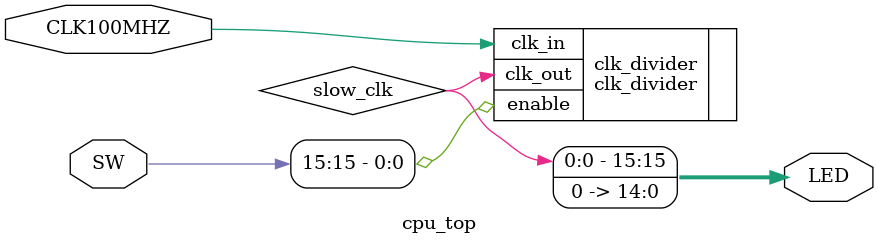
<source format=v>
`timescale 1ns / 1ps

module cpu_top(
    input wire CLK100MHZ,
    input wire [15:0] SW,
    output wire [15:0] LED
);

    wire slow_clk;
    
    clk_divider clk_divider (
        .clk_in(CLK100MHZ),
        .enable(SW[15]),
        .clk_out(slow_clk)
    );
    
    assign LED[15] = slow_clk;
    assign LED[14:0] = 15'b0;
    
endmodule

</source>
